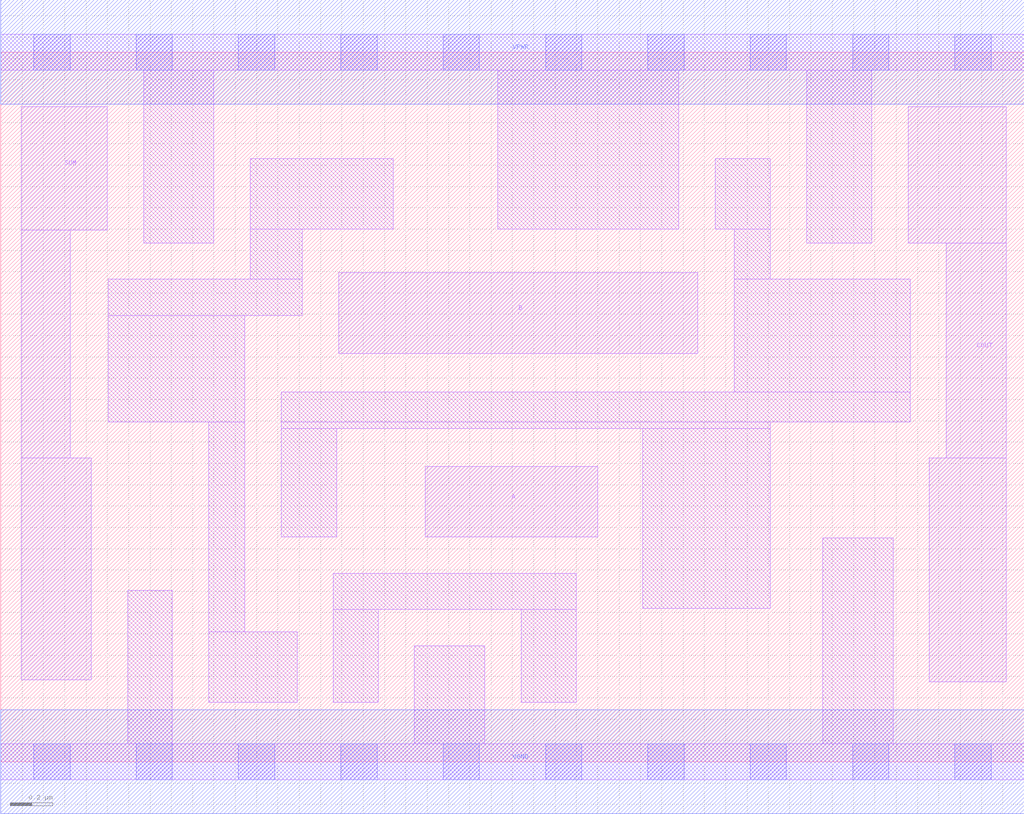
<source format=lef>
# Copyright 2020 The SkyWater PDK Authors
#
# Licensed under the Apache License, Version 2.0 (the "License");
# you may not use this file except in compliance with the License.
# You may obtain a copy of the License at
#
#     https://www.apache.org/licenses/LICENSE-2.0
#
# Unless required by applicable law or agreed to in writing, software
# distributed under the License is distributed on an "AS IS" BASIS,
# WITHOUT WARRANTIES OR CONDITIONS OF ANY KIND, either express or implied.
# See the License for the specific language governing permissions and
# limitations under the License.
#
# SPDX-License-Identifier: Apache-2.0

VERSION 5.7 ;
  NAMESCASESENSITIVE ON ;
  NOWIREEXTENSIONATPIN ON ;
  DIVIDERCHAR "/" ;
  BUSBITCHARS "[]" ;
UNITS
  DATABASE MICRONS 200 ;
END UNITS
MACRO sky130_fd_sc_lp__ha_0
  CLASS CORE ;
  FOREIGN sky130_fd_sc_lp__ha_0 ;
  ORIGIN  0.000000  0.000000 ;
  SIZE  4.800000 BY  3.330000 ;
  SYMMETRY X Y R90 ;
  SITE unit ;
  PIN A
    ANTENNAGATEAREA  0.252000 ;
    DIRECTION INPUT ;
    USE SIGNAL ;
    PORT
      LAYER li1 ;
        RECT 1.990000 1.055000 2.800000 1.385000 ;
    END
  END A
  PIN B
    ANTENNAGATEAREA  0.252000 ;
    DIRECTION INPUT ;
    USE SIGNAL ;
    PORT
      LAYER li1 ;
        RECT 1.585000 1.915000 3.270000 2.295000 ;
    END
  END B
  PIN COUT
    ANTENNADIFFAREA  0.280900 ;
    DIRECTION OUTPUT ;
    USE SIGNAL ;
    PORT
      LAYER li1 ;
        RECT 4.255000 2.435000 4.715000 3.075000 ;
        RECT 4.355000 0.375000 4.715000 1.425000 ;
        RECT 4.435000 1.425000 4.715000 2.435000 ;
    END
  END COUT
  PIN SUM
    ANTENNADIFFAREA  0.293700 ;
    DIRECTION OUTPUT ;
    USE SIGNAL ;
    PORT
      LAYER li1 ;
        RECT 0.095000 0.385000 0.425000 1.425000 ;
        RECT 0.095000 1.425000 0.325000 2.495000 ;
        RECT 0.095000 2.495000 0.500000 3.075000 ;
    END
  END SUM
  PIN VGND
    DIRECTION INOUT ;
    USE GROUND ;
    PORT
      LAYER met1 ;
        RECT 0.000000 -0.245000 4.800000 0.245000 ;
    END
  END VGND
  PIN VPWR
    DIRECTION INOUT ;
    USE POWER ;
    PORT
      LAYER met1 ;
        RECT 0.000000 3.085000 4.800000 3.575000 ;
    END
  END VPWR
  OBS
    LAYER li1 ;
      RECT 0.000000 -0.085000 4.800000 0.085000 ;
      RECT 0.000000  3.245000 4.800000 3.415000 ;
      RECT 0.505000  1.595000 1.145000 2.095000 ;
      RECT 0.505000  2.095000 1.415000 2.265000 ;
      RECT 0.595000  0.085000 0.805000 0.805000 ;
      RECT 0.670000  2.435000 1.000000 3.245000 ;
      RECT 0.975000  0.280000 1.390000 0.610000 ;
      RECT 0.975000  0.610000 1.145000 1.595000 ;
      RECT 1.170000  2.265000 1.415000 2.500000 ;
      RECT 1.170000  2.500000 1.840000 2.830000 ;
      RECT 1.315000  1.055000 1.575000 1.565000 ;
      RECT 1.315000  1.565000 3.610000 1.595000 ;
      RECT 1.315000  1.595000 4.265000 1.735000 ;
      RECT 1.560000  0.280000 1.770000 0.715000 ;
      RECT 1.560000  0.715000 2.700000 0.885000 ;
      RECT 1.940000  0.085000 2.270000 0.545000 ;
      RECT 2.330000  2.500000 3.180000 3.245000 ;
      RECT 2.440000  0.280000 2.700000 0.715000 ;
      RECT 3.010000  0.720000 3.610000 1.565000 ;
      RECT 3.350000  2.500000 3.610000 2.830000 ;
      RECT 3.440000  1.735000 4.265000 2.265000 ;
      RECT 3.440000  2.265000 3.610000 2.500000 ;
      RECT 3.780000  2.435000 4.085000 3.245000 ;
      RECT 3.855000  0.085000 4.185000 1.050000 ;
    LAYER mcon ;
      RECT 0.155000 -0.085000 0.325000 0.085000 ;
      RECT 0.155000  3.245000 0.325000 3.415000 ;
      RECT 0.635000 -0.085000 0.805000 0.085000 ;
      RECT 0.635000  3.245000 0.805000 3.415000 ;
      RECT 1.115000 -0.085000 1.285000 0.085000 ;
      RECT 1.115000  3.245000 1.285000 3.415000 ;
      RECT 1.595000 -0.085000 1.765000 0.085000 ;
      RECT 1.595000  3.245000 1.765000 3.415000 ;
      RECT 2.075000 -0.085000 2.245000 0.085000 ;
      RECT 2.075000  3.245000 2.245000 3.415000 ;
      RECT 2.555000 -0.085000 2.725000 0.085000 ;
      RECT 2.555000  3.245000 2.725000 3.415000 ;
      RECT 3.035000 -0.085000 3.205000 0.085000 ;
      RECT 3.035000  3.245000 3.205000 3.415000 ;
      RECT 3.515000 -0.085000 3.685000 0.085000 ;
      RECT 3.515000  3.245000 3.685000 3.415000 ;
      RECT 3.995000 -0.085000 4.165000 0.085000 ;
      RECT 3.995000  3.245000 4.165000 3.415000 ;
      RECT 4.475000 -0.085000 4.645000 0.085000 ;
      RECT 4.475000  3.245000 4.645000 3.415000 ;
  END
END sky130_fd_sc_lp__ha_0
END LIBRARY

</source>
